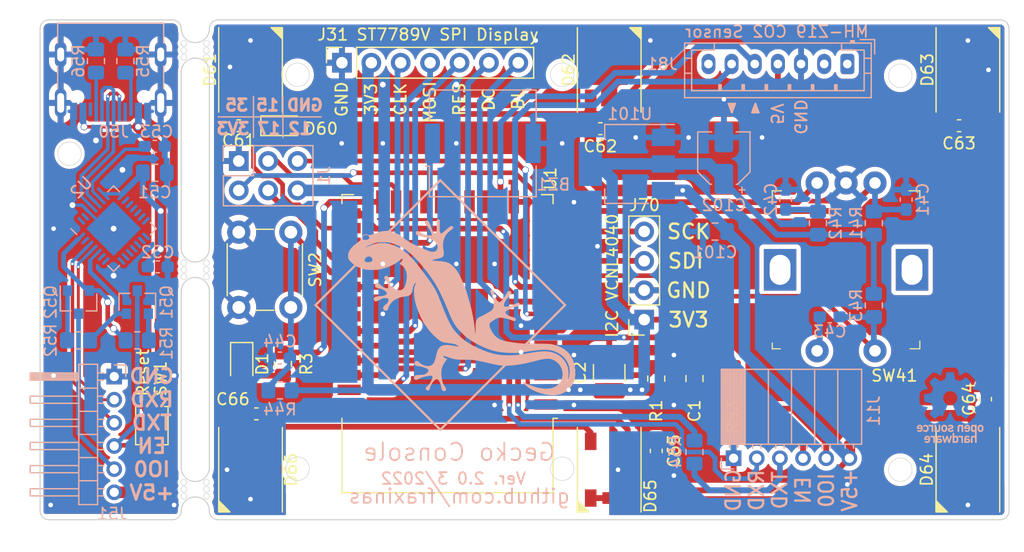
<source format=kicad_pcb>
(kicad_pcb (version 20211014) (generator pcbnew)
  (layers (0 "F.Cu" signal "toplayer") (31 "B.Cu" signal "bottomlayer") (34 "B.Paste" user "bottompaste") (35 "F.Paste" user "toppaste") (36 "B.SilkS" user "bottomsilkscreen") (37 "F.SilkS" user "topsilkscreen") (38 "B.Mask" user "bottomsoldermask") (39 "F.Mask" user "topsoldermask") (44 "Edge.Cuts" user "boardoutline"))
  (net 0 "")
  (net 1 "GND")
  (net 2 "EN")
  (net 3 "+3V3")
  (net 4 "+5V")
  (net 5 "Net-(C43-Pad2)")
  (net 6 "Net-(D1-Pad2)")
  (net 7 "Net-(D61-Pad2)")
  (net 8 "RGB")
  (net 9 "Net-(D62-Pad2)")
  (net 10 "Net-(D63-Pad2)")
  (net 11 "I2C_SCK")
  (net 12 "I2C_SDI")
  (net 13 "Net-(J50-PadA5)")
  (net 14 "/D-")
  (net 15 "/D+")
  (net 16 "Net-(J50-PadB5)")
  (net 17 "/RTS")
  (net 18 "TXD0")
  (net 19 "/DTR")
  (net 20 "IO0")
  (net 21 "Net-(Q51-Pad1)")
  (net 22 "Net-(Q52-Pad1)")
  (net 23 "RXD0")
  (net 24 "RX1")
  (net 25 "SPI_RES")
  (net 26 "SPI_CLK")
  (net 27 "ENC_B")
  (net 28 "SPI_DC")
  (net 29 "SPI_BL")
  (net 30 "ENC_A")
  (net 31 "ENC_SW")
  (net 32 "TX1")
  (net 33 "Net-(D64-Pad2)")
  (net 34 "Net-(D65-Pad2)")
  (net 35 "SPI_MOSI")
  (net 36 "Net-(BZ1-Pad1)")
  (net 37 "GPIO35")
  (net 38 "EN'")
  (net 39 "GPIO17")
  (net 40 "GPIO12")
  (net 41 "BUTTON2")
  (net 42 "RXD")
  (net 43 "Net-(C61-Pad1)")
  (net 44 "Net-(C53-Pad2)")
  (net 52 "SPI_MISO")
  (net 79 "TXD")
  (net 80 "Net-(J11-Pad3)")
  (net 81 "IO0'")
  (net 82 "GPIO15")
  (net 83 "Net-(R3-Pad2)")
  (footprint "Capacitor_SMD:C_0805_2012Metric_Pad1.18x1.45mm_HandSolder" (layer "F.Cu") (at 114.554 90.932 90)
    (fp_text reference "C1")
    (fp_text value "10µF")
  )
  (footprint "Capacitor_SMD:C_1210_3225Metric_Pad1.33x2.70mm_HandSolder" (layer "F.Cu") (at 107.188 90.424 90)
    (fp_text reference "C2")
    (fp_text value "22µF")
  )
  (footprint "Capacitor_SMD:C_0603_1608Metric_Pad1.08x0.95mm_HandSolder" (layer "F.Cu") (at 75.184 69.088 180)
    (fp_text reference "C61")
    (fp_text value "100nF")
  )
  (footprint "Capacitor_SMD:C_0603_1608Metric_Pad1.08x0.95mm_HandSolder" (layer "F.Cu") (at 106.426 69.342)
    (fp_text reference "C62")
    (fp_text value "100nF")
  )
  (footprint "Capacitor_SMD:C_0603_1608Metric_Pad1.08x0.95mm_HandSolder" (layer "F.Cu") (at 139.7 92.71 90)
    (fp_text reference "C64")
    (fp_text value "100nF")
  )
  (footprint "Capacitor_SMD:C_0603_1608Metric_Pad1.08x0.95mm_HandSolder" (layer "F.Cu") (at 111.252 97.1815 -90)
    (fp_text reference "C65")
    (fp_text value "100nF")
  )
  (footprint "Capacitor_SMD:C_0603_1608Metric_Pad1.08x0.95mm_HandSolder" (layer "F.Cu") (at 76.708 93.98 180)
    (fp_text reference "C66")
    (fp_text value "100nF")
  )
  (footprint "LED_SMD:LED_0805_2012Metric_Pad1.15x1.40mm_HandSolder" (layer "F.Cu") (at 75.438 89.678 -90)
    (fp_text reference "D1")
    (fp_text value "LED")
  )
  (footprint "Fraxinas:LED_WS2812B_PLCC4_5.0x5.0mm_P3.2mm_Marking" (layer "F.Cu") (at 107.188 98.806 -90)
    (fp_text reference "D65")
    (fp_text value "WS2812B")
  )
  (footprint "Fraxinas:LED_WS2812B_PLCC4_5.0x5.0mm_P3.2mm_Marking" (layer "F.Cu") (at 76.2 64.262 90)
    (fp_text reference "D61")
    (fp_text value "WS2812B")
  )
  (footprint "Fraxinas:LED_WS2812B_PLCC4_5.0x5.0mm_P3.2mm_Marking" (layer "F.Cu") (at 107.188 64.262 90)
    (fp_text reference "D62")
    (fp_text value "WS2812B")
  )
  (footprint "Fraxinas:LED_WS2812B_PLCC4_5.0x5.0mm_P3.2mm_Marking" (layer "F.Cu") (at 138.176 64.262 90)
    (fp_text reference "D63")
    (fp_text value "WS2812B")
  )
  (footprint "Fraxinas:LED_WS2812B_PLCC4_5.0x5.0mm_P3.2mm_Marking" (layer "F.Cu") (at 138.176 98.806 -90)
    (fp_text reference "D64")
    (fp_text value "WS2812B")
  )
  (footprint "Fraxinas:LED_WS2812B_PLCC4_5.0x5.0mm_P3.2mm_Marking" (layer "F.Cu") (at 76.2 98.806 -90)
    (fp_text reference "D66")
    (fp_text value "WS2812B")
  )
  (footprint "Resistor_SMD:R_0805_2012Metric_Pad1.20x1.40mm_HandSolder" (layer "F.Cu") (at 111.252 90.932 -90)
    (fp_text reference "R1")
    (fp_text value "12k")
  )
  (footprint "Resistor_SMD:R_0805_2012Metric_Pad1.20x1.40mm_HandSolder" (layer "F.Cu") (at 78.994 89.678 90)
    (fp_text reference "R3")
    (fp_text value "470R")
  )
  (footprint "Resistor_SMD:R_0805_2012Metric_Pad1.20x1.40mm_HandSolder" (layer "F.Cu") (at 117.856 90.932 -90)
    (fp_text reference "R53")
    (fp_text value "12k")
  )
  (footprint "Button_Switch_SMD:SW_SPST_B3U-1000P-B" (layer "F.Cu") (at 67.673185 94.996 -90)
    (fp_text reference "SW1")
    (fp_text value "Reset")
  )
  (footprint "RF_Module:ESP32-WROOM-32" (layer "F.Cu") (at 93.218 84.92 180)
    (fp_text reference "U1")
    (fp_text value "ESP32-WROOM-32")
  )
  (footprint "Connector_PinSocket_2.54mm:PinSocket_1x07_P2.54mm_Vertical" (layer "F.Cu") (at 84.094 63.645 90)
    (fp_text reference "J31")
    (fp_text value "Conn_01x07_Female" hide)
  )
  (footprint "Fraxinas:Rotary_Encoder_Switched_PEC11R" (layer "F.Cu") (at 133.35 81.534 180)
    (fp_text reference "SW41")
    (fp_text value "Rotary_Encoder_Switch")
  )
  (footprint "Capacitor_SMD:C_0603_1608Metric_Pad1.08x0.95mm_HandSolder" (layer "F.Cu") (at 137.414 69.088)
    (fp_text reference "C63")
    (fp_text value "100nF")
  )
  (footprint "Connector_PinSocket_2.54mm:PinSocket_1x04_P2.54mm_Vertical" (layer "F.Cu") (at 110.211 85.842 180)
    (fp_text reference "J70")
    (fp_text value "I²C")
  )
  (footprint "Diode_SMD:D_SOD-323_HandSoldering" (layer "F.Cu") (at 78.994 69.088)
    (fp_text reference "D60")
    (fp_text value "1N4148WS")
  )
  (footprint "Fraxinas:purplegecko" (layer "F.Cu") (at 92.964 84.582)
    (fp_text reference "G***" hide)
    (fp_text value "LOGO" hide)
  )
  (footprint "Button_Switch_THT:SW_PUSH_6mm_H5mm" (layer "F.Cu") (at 75.184 84.784 90)
    (fp_text reference "SW2")
    (fp_text value "Button2")
  )
  (footprint "Capacitor_SMD:C_0805_2012Metric_Pad1.18x1.45mm_HandSolder" (layer "B.Cu") (at 67.927185 73.152)
    (fp_text reference "C51")
    (fp_text value "10µF")
  )
  (footprint "Capacitor_SMD:C_0603_1608Metric_Pad1.08x0.95mm_HandSolder" (layer "B.Cu") (at 68.181185 81.28)
    (fp_text reference "C52")
    (fp_text value "100nF")
  )
  (footprint "Capacitor_SMD:C_0603_1608Metric_Pad1.08x0.95mm_HandSolder" (layer "B.Cu") (at 67.927185 70.866 180)
    (fp_text reference "C53")
    (fp_text value "1µF")
  )
  (footprint "Capacitor_SMD:CP_Elec_4x5.3" (layer "B.Cu") (at 117.094 71.882 90)
    (fp_text reference "C102")
    (fp_text value "22µF")
  )
  (footprint "Connector_USB:USB_C_Receptacle_XKB_U262-16XN-4BVC11" (layer "B.Cu") (at 64.117185 64.008)
    (fp_text reference "J50")
    (fp_text value "USB-C")
  )
  (footprint "Package_TO_SOT_SMD:SOT-23" (layer "B.Cu") (at 66.419185 84.328 90)
    (fp_text reference "Q51")
    (fp_text value "S8050")
  )
  (footprint "Package_TO_SOT_SMD:SOT-23" (layer "B.Cu") (at 61.339185 84.328 -90)
    (fp_text reference "Q52")
    (fp_text value "S8050" hide)
  )
  (footprint "Resistor_SMD:R_0805_2012Metric_Pad1.20x1.40mm_HandSolder" (layer "B.Cu") (at 66.419185 87.63 180)
    (fp_text reference "R51")
    (fp_text value "12k")
  )
  (footprint "Resistor_SMD:R_0805_2012Metric_Pad1.20x1.40mm_HandSolder" (layer "B.Cu") (at 61.339185 87.63)
    (fp_text reference "R52")
    (fp_text value "12k" hide)
  )
  (footprint "Resistor_SMD:R_0805_2012Metric_Pad1.20x1.40mm_HandSolder" (layer "B.Cu") (at 62.847185 63.5 -90)
    (fp_text reference "R56")
    (fp_text value "5k1")
  )
  (footprint "Resistor_SMD:R_0805_2012Metric_Pad1.20x1.40mm_HandSolder" (layer "B.Cu") (at 65.387185 63.5 -90)
    (fp_text reference "R55")
    (fp_text value "5k1")
  )
  (footprint "Fraxinas:CP2102-QFN-28-modified" (layer "B.Cu") (at 64.371185 77.978 -45)
    (fp_text reference "U2")
    (fp_text value "CP2102")
  )
  (footprint "Package_TO_SOT_SMD:SOT-223-3_TabPin2" (layer "B.Cu") (at 108.712 72.39 180)
    (fp_text reference "U101")
    (fp_text value "AMS1117-3.3")
  )
  (footprint "Buzzer_Beeper:Buzzer_Murata_PKMCS0909E4000-R1" (layer "B.Cu") (at 96.266 70.612)
    (fp_text reference "BZ1")
    (fp_text value "Buzzer")
  )
  (footprint "Capacitor_SMD:C_0603_1608Metric_Pad1.08x0.95mm_HandSolder" (layer "B.Cu") (at 132.842 75.467 90)
    (fp_text reference "C41")
    (fp_text value "10nF")
  )
  (footprint "Capacitor_SMD:C_0603_1608Metric_Pad1.08x0.95mm_HandSolder" (layer "B.Cu") (at 122.428 75.467 90)
    (fp_text reference "C42")
    (fp_text value "10nF")
  )
  (footprint "Capacitor_SMD:C_0603_1608Metric_Pad1.08x0.95mm_HandSolder" (layer "B.Cu") (at 126.238 85.598 180)
    (fp_text reference "C43")
    (fp_text value "10nF")
  )
  (footprint "Connector_JST:JST_PH_B7B-PH-K_1x07_P2.00mm_Vertical" (layer "B.Cu") (at 127.762 63.754 180)
    (fp_text reference "J81")
    (fp_text value "Conn_01x07" hide)
  )
  (footprint "Fraxinas:OSHW-Logo_5.7x6mm_Mask" (layer "B.Cu") (at 136.652 93.472 180)
    (fp_text reference "LOGO1" hide)
    (fp_text value "Logo_Open_Hardware_Small" hide)
  )
  (footprint "Connector_PinHeader_2.54mm:PinHeader_2x03_P2.54mm_Vertical" (layer "B.Cu") (at 75.184 72.136 -90)
    (fp_text reference "J1")
    (fp_text value "Conn_01x06_Male")
  )
  (footprint "Resistor_SMD:R_0805_2012Metric_Pad1.20x1.40mm_HandSolder" (layer "B.Cu") (at 130.048 77.499 -90)
    (fp_text reference "R41")
    (fp_text value "68k")
  )
  (footprint "Resistor_SMD:R_0805_2012Metric_Pad1.20x1.40mm_HandSolder" (layer "B.Cu") (at 125.222 77.499 -90)
    (fp_text reference "R42")
    (fp_text value "68k")
  )
  (footprint "Resistor_SMD:R_0805_2012Metric_Pad1.20x1.40mm_HandSolder" (layer "B.Cu") (at 130.048 84.611 90)
    (fp_text reference "R43")
    (fp_text value "68k")
  )
  (footprint "Capacitor_SMD:C_0805_2012Metric_Pad1.18x1.45mm_HandSolder" (layer "B.Cu") (at 116.332 78.232 180)
    (fp_text reference "C101")
    (fp_text value "10µF")
  )
  (footprint "Connector_PinHeader_2.00mm:PinHeader_1x06_P2.00mm_Horizontal" (layer "B.Cu") (at 64.423185 90.758 180)
    (fp_text reference "J51")
    (fp_text value "Conn_01x06_Male")
  )
  (footprint "Resistor_SMD:R_0805_2012Metric_Pad1.20x1.40mm_HandSolder" (layer "B.Cu") (at 114.554 97.282 -90)
    (fp_text reference "R54")
    (fp_text value "470R")
  )
  (footprint "Capacitor_SMD:C_0603_1608Metric_Pad1.08x0.95mm_HandSolder" (layer "B.Cu") (at 78.74 89.154 180)
    (fp_text reference "C44")
    (fp_text value "10nF")
  )
  (footprint "Resistor_SMD:R_0805_2012Metric_Pad1.20x1.40mm_HandSolder" (layer "B.Cu") (at 78.74 91.948)
    (fp_text reference "R44")
    (fp_text value "68k")
  )
  (footprint "Connector_PinSocket_2.00mm:PinSocket_1x06_P2.00mm_Horizontal" (layer "B.Cu") (at 117.936 97.813 -90)
    (fp_text reference "J11")
    (fp_text value "Conn_01x06_Male")
  )
  (gr_line (start 78.994 66.548) (end 78.994 70.104) (layer "B.SilkS") (width 0.12))
  (gr_line (start 73.406 68.326) (end 82.296 68.326) (layer "B.SilkS") (width 0.12))
  (gr_line (start 76.454 66.548) (end 76.454 70.104) (layer "B.SilkS") (width 0.12))
  (gr_circle (center 132.334 98.806) (end 133.35 98.806) (layer "Edge.Cuts") (width 0.05) (fill none))
  (gr_circle (center 132.334 64.77) (end 133.35 64.77) (layer "Edge.Cuts") (width 0.05) (fill none))
  (gr_line (start 69.451185 59.944) (end 58.783185 59.944) (layer "Edge.Cuts") (width 0.1))
  (gr_circle (center 60.561185 71.502) (end 61.577185 71.502) (layer "Edge.Cuts") (width 0.05) (fill none))
  (gr_arc (start 71.4443 101.162301) (mid 72.292616 101.513684) (end 72.644 102.362) (layer "Edge.Cuts") (width 0.1))
  (gr_circle (center 72.39 62.576) (end 72.644 62.576) (layer "Edge.Cuts") (width 0.05) (fill none))
  (gr_circle (center 72.39 100.492301) (end 72.644 100.492301) (layer "Edge.Cuts") (width 0.05) (fill none))
  (gr_line (start 72.644 64.445699) (end 72.644 79.658617) (layer "Edge.Cuts") (width 0.1))
  (gr_arc (start 71.4443 63.246) (mid 72.292616 63.597383) (end 72.644 64.445699) (layer "Edge.Cuts") (width 0.1))
  (gr_circle (center 72.39 101.092301) (end 72.644 101.092301) (layer "Edge.Cuts") (width 0.05) (fill none))
  (gr_line (start 70.213185 64.445699) (end 70.213185 79.658617) (layer "Edge.Cuts") (width 0.1))
  (gr_arc (start 71.412885 80.858316) (mid 70.564569 80.506933) (end 70.213185 79.658617) (layer "Edge.Cuts") (width 0.1))
  (gr_arc (start 140.97 59.944) (mid 141.508815 60.167185) (end 141.732 60.706) (layer "Edge.Cuts") (width 0.1))
  (gr_circle (center 72.39 61.976) (end 72.644 61.976) (layer "Edge.Cuts") (width 0.05) (fill none))
  (gr_circle (center 70.442184 100.492301) (end 70.188184 100.492301) (layer "Edge.Cuts") (width 0.05) (fill none))
  (gr_circle (center 70.442184 62.576) (end 70.188184 62.576) (layer "Edge.Cuts") (width 0.05) (fill none))
  (gr_circle locked (center 80.264 64.686) (end 81.28 64.686) (layer "Edge.Cuts") (width 0.05) (fill none))
  (gr_circle (center 70.442184 80.928617) (end 70.188184 80.928617) (layer "Edge.Cuts") (width 0.05) (fill none))
  (gr_arc (start 70.213185 102.362) (mid 70.564568 101.513684) (end 71.412884 101.1623) (layer "Edge.Cuts") (width 0.1))
  (gr_circle (center 70.442184 101.092301) (end 70.188184 101.092301) (layer "Edge.Cuts") (width 0.05) (fill none))
  (gr_line (start 140.97 103.124) (end 73.406 103.124) (layer "Edge.Cuts") (width 0.1))
  (gr_circle (center 70.442184 82.128617) (end 70.188184 82.128617) (layer "Edge.Cuts") (width 0.05) (fill none))
  (gr_circle (center 70.442184 81.528617) (end 70.188184 81.528617) (layer "Edge.Cuts") (width 0.05) (fill none))
  (gr_line (start 70.213185 83.398316) (end 70.213185 98.622301) (layer "Edge.Cuts") (width 0.1))
  (gr_line (start 58.021185 102.362) (end 58.021185 60.706) (layer "Edge.Cuts") (width 0.1))
  (gr_arc (start 71.4443 82.198617) (mid 72.292616 82.55) (end 72.644 83.398316) (layer "Edge.Cuts") (width 0.1))
  (gr_arc (start 73.406 103.124) (mid 72.867185 102.900815) (end 72.644 102.362) (layer "Edge.Cuts") (width 0.1))
  (gr_circle (center 72.39 80.928617) (end 72.644 80.928617) (layer "Edge.Cuts") (width 0.05) (fill none))
  (gr_arc (start 72.644 60.706) (mid 72.292617 61.554316) (end 71.444301 61.9057) (layer "Edge.Cuts") (width 0.1))
  (gr_arc (start 72.644 98.622301) (mid 72.292617 99.470617) (end 71.444301 99.822001) (layer "Edge.Cuts") (width 0.1))
  (gr_arc (start 70.213185 102.362) (mid 69.99 102.900815) (end 69.451185 103.124) (layer "Edge.Cuts") (width 0.1))
  (gr_line (start 69.451185 103.124) (end 58.783185 103.124) (layer "Edge.Cuts") (width 0.1))
  (gr_circle locked (center 103.124 98.722) (end 104.14 98.722) (layer "Edge.Cuts") (width 0.05) (fill none))
  (gr_arc (start 58.021185 60.706) (mid 58.24437 60.167185) (end 58.783185 59.944) (layer "Edge.Cuts") (width 0.1))
  (gr_circle locked (center 103.124 64.686) (end 104.14 64.686) (layer "Edge.Cuts") (width 0.05) (fill none))
  (gr_circle (center 72.39 82.128617) (end 72.644 82.128617) (layer "Edge.Cuts") (width 0.05) (fill none))
  (gr_circle (center 72.39 81.528617) (end 72.644 81.528617) (layer "Edge.Cuts") (width 0.05) (fill none))
  (gr_arc (start 141.732 102.362) (mid 141.508815 102.900815) (end 140.97 103.124) (layer "Edge.Cuts") (width 0.1))
  (gr_arc (start 69.451185 59.944) (mid 69.99 60.167185) (end 70.213185 60.706) (layer "Edge.Cuts") (width 0.1))
  (gr_circle (center 72.39 99.892301) (end 72.644 99.892301) (layer "Edge.Cuts") (width 0.05) (fill none))
  (gr_line (start 141.732 60.706) (end 141.732 102.362) (layer "Edge.Cuts") (width 0.1))
  (gr_arc (start 72.644 60.706) (mid 72.867185 60.167185) (end 73.406 59.944) (layer "Edge.Cuts") (width 0.1))
  (gr_arc (start 71.412885 99.822) (mid 70.564569 99.470617) (end 70.213185 98.622301) (layer "Edge.Cuts") (width 0.1))
  (gr_circle (center 70.442184 61.976) (end 70.188184 61.976) (layer "Edge.Cuts") (width 0.05) (fill none))
  (gr_arc (start 70.213185 83.398316) (mid 70.564568 82.55) (end 71.412884 82.198616) (layer "Edge.Cuts") (width 0.1))
  (gr_line (start 73.406 59.944) (end 140.97 59.944) (layer "Edge.Cuts") (width 0.1))
  (gr_circle (center 70.442184 63.176) (end 70.188184 63.176) (layer "Edge.Cuts") (width 0.05) (fill none))
  (gr_circle locked (center 80.264 98.722) (end 81.28 98.722) (layer "Edge.Cuts") (width 0.05) (fill none))
  (gr_circle (center 70.442184 99.892301) (end 70.188184 99.892301) (layer "Edge.Cuts") (width 0.05) (fill none))
  (gr_circle (center 72.39 63.176) (end 72.644 63.176) (layer "Edge.Cuts") (width 0.05) (fill none))
  (gr_line (start 72.644 83.398316) (end 72.644 98.622301) (layer "Edge.Cuts") (width 0.1))
  (gr_arc (start 71.412885 61.905699) (mid 70.564569 61.554316) (end 70.213185 60.706) (layer "Edge.Cuts") (width 0.1))
  (gr_arc (start 70.213185 64.445699) (mid 70.564568 63.597383) (end 71.412884 63.245999) (layer "Edge.Cuts") (width 0.1))
  (gr_arc (start 72.644 79.658617) (mid 72.292617 80.506933) (end 71.444301 80.858317) (layer "Edge.Cuts") (width 0.1))
  (gr_arc (start 58.783185 103.124) (mid 58.24437 102.900815) (end 58.021185 102.362) (layer "Edge.Cuts") (width 0.1))
  (gr_text "Gecko Console" (at 94.234 97.282) (layer "B.SilkS") (effects (font (size 1.5 1.5)) (justify mirror)))
  (gr_text "GND 15 35" (at 78.232 67.31) (layer "B.SilkS") (effects (font (size 1 1) (thickness 0.25)) (justify mirror)))
  (gr_text "GND" (at 123.698 68.326 -90) (layer "B.SilkS") (effects (font (size 1 1) (thickness 0.16)) (justify mirror)))
  (gr_text "5V" (at 121.666 68.072 -90) (layer "B.SilkS") (effects (font (size 1 1) (thickness 0.16)) (justify mirror)))
  (gr_text " 12 17 3V3" (at 77.724 69.342) (layer "B.SilkS") (effects (font (size 1 1) (thickness 0.25)) (justify mirror)))
  (gr_text "github.com/fraxinas" (at 94.234 101.092) (layer "B.SilkS") (effects (font (size 1.25 1.25)) (justify mirror)))
  (gr_text "Ver. 2.0 3/2022" (at 93.726 99.568) (layer "B.SilkS") (effects (font (size 1 1)) (justify mirror)))
  (gr_text "►" (at 119.888 67.564 -90) (layer "B.SilkS") (effects (font (size 1 1) (thickness 0.16)) (justify mirror)))
  (gr_text "GND\nRXD\nTXD\nEN\nIO0\n+5V" (at 122.936 100.584 90) (layer "B.SilkS") (effects (font (size 1.25 1.2) (thickness 0.2)) (justify mirror)))
  (gr_text "◄" (at 117.856 67.564 270) (layer "B.SilkS") (effects (font (size 1 1) (thickness 0.16)) (justify mirror)))
  (gr_text "GND\nRXD\nTXD\nEN\nIO0\n+5V" (at 67.673185 95.758) (layer "B.SilkS") (effects (font (size 1.25 1.25) (thickness 0.25)) (justify mirror)))
  (gr_text "MH-Z19 CO2 Sensor" (at 121.666 60.96) (layer "B.SilkS") (effects (font (size 1 1)) (justify mirror)))
  (gr_text "CLK" (at 89.154 66.802 90) (layer "F.SilkS") (effects (font (size 1 1) (thickness 0.16))))
  (gr_text "BL" (at 99.314 66.802 90) (layer "F.SilkS") (effects (font (size 1 1) (thickness 0.16))))
  (gr_text "ST7789V SPI Display" (at 93.218 61.214) (layer "F.SilkS") (effects (font (size 1 1))))
  (gr_text "SDI\n" (at 113.792 80.772) (layer "F.SilkS") (effects (font (size 1.27 1.25) (thickness 0.2))))
  (gr_text "GND" (at 84.074 66.802 90) (layer "F.SilkS") (effects (font (size 1 1) (thickness 0.16))))
  (gr_text "3V3" (at 114.046 85.852) (layer "F.SilkS") (effects (font (size 1.27 1.25) (thickness 0.2))))
  (gr_text "MOSI" (at 91.694 67.056 90) (layer "F.SilkS") (effects (font (size 1 1) (thickness 0.16))))
  (gr_text "RES" (at 94.234 66.802 90) (layer "F.SilkS") (effects (font (size 1 1) (thickness 0.16))))
  (gr_text "SCK" (at 114.046 78.232) (layer "F.SilkS") (effects (font (size 1.27 1.25) (thickness 0.2))))
  (gr_text "I2C VCNL4040" (at 107.442 82.042 90) (layer "F.SilkS") (effects (font (size 1 1))))
  (gr_text "DC" (at 96.774 66.802 90) (layer "F.SilkS") (effects (font (size 1 1) (thickness 0.16))))
  (gr_text "GND" (at 114.046 83.312) (layer "F.SilkS") (effects (font (size 1.27 1.25) (thickness 0.2))))
  (gr_text "3V3" (at 86.614 66.802 90) (layer "F.SilkS") (effects (font (size 1 1) (thickness 0.16))))
  (via (at 65.133185 72.898) (size 0.6) (drill 0.5) (layers "F.Cu" "B.Cu") (net 1))
  (via (at 99.568 86.36) (size 0.8) (drill 0.4) (layers "F.Cu" "B.Cu") (net 1))
  (via (at 84.074 70.612) (size 0.8) (drill 0.4) (layers "F.Cu" "B.Cu") (net 1))
  (via (at 93.98 70.612) (size 0.8) (drill 0.4) (layers "F.Cu" "B.Cu") (net 1))
  (via (at 117.094 66.802) (size 0.8) (drill 0.4) (layers "F.Cu" "B.Cu") (net 1))
  (via (at 59.182 77.978) (size 0.8) (drill 0.4) (layers "F.Cu" "B.Cu") (net 1))
  (via (at 112.776 88.9) (size 0.8) (drill 0.4) (layers "F.Cu" "B.Cu") (net 1))
  (via (at 112.776 93.218) (size 0.8) (drill 0.4) (layers "F.Cu" "B.Cu") (net 1))
  (via (at 106.172 79.502) (size 0.8) (drill 0.4) (layers "F.Cu" "B.Cu") (net 1))
  (via (at 104.14 93.218) (size 0.8) (drill 0.4) (layers "F.Cu" "B.Cu") (net 1))
  (via (at 69.596 101.854) (size 0.8) (drill 0.4) (layers "F.Cu" "B.Cu") (net 1))
  (via (at 93.98 65.532) (size 0.6) (drill 0.5) (layers "F.Cu" "B.Cu") (net 1))
  (via (at 139.954 64.262) (size 0.8) (drill 0.4) (layers "F.Cu" "B.Cu") (net 1))
  (via (at 107.95 98.806) (size 0.8) (drill 0.4) (layers "F.Cu" "B.Cu") (net 1))
  (via (at 93.98 81.026) (size 0.8) (drill 0.4) (layers "F.Cu" "B.Cu") (net 1))
  (via (at 87.63 65.532) (size 0.6) (drill 0.5) (layers "F.Cu" "B.Cu") (net 1))
  (via (at 74.422 64.008) (size 0.8) (drill 0.4) (layers "F.Cu" "B.Cu") (net 1))
  (via (at 59.182 90.678) (size 0.8) (drill 0.4) (layers "F.Cu" "B.Cu") (net 1))
  (via (at 99.568 88.646) (size 0.8) (drill 0.4) (layers "F.Cu" "B.Cu") (net 1))
  (via (at 60.815185 75.946) (size 0.6) (drill 0.5) (layers "F.Cu" "B.Cu") (net 1))
  (via (at 62.847185 70.358) (size 0.6) (drill 0.5) (layers "F.Cu" "B.Cu") (net 1))
  (via (at 110.744 61.722) (size 0.8) (drill 0.4) (layers "F.Cu" "B.Cu") (net 1))
  (via (at 109.474 70.104) (size 0.8) (drill 0.4) (layers "F.Cu" "B.Cu") (net 1))
  (via (at 120.396 70.104) (size 0.8) (drill 0.4) (layers "F.Cu" "B.Cu") (net 1))
  (via (at 103.124 70.612) (size 0.8) (drill 0.4) (layers "F.Cu" "B.Cu") (net 1))
  (via (at 104.14 88.9) (size 0.8) (drill 0.4) (layers "F.Cu" "B.Cu") (net 1))
  (via (at 87.63 85.344) (size 0.8) (drill 0.4) (layers "F.Cu" "B.Cu") (net 1))
  (via (at 112.776 99.314) (size 0.8) (drill 0.4) (layers "F.Cu" "B.Cu") (net 1))
  (via (at 58.928 101.854) (size 0.8) (drill 0.4) (layers "F.Cu" "B.Cu") (net 1))
  (via (at 114.046 70.104) (size 0.8) (drill 0.4) (layers "F.Cu" "B.Cu") (net 1))
  (via (at 64.371185 82.042) (size 0.6) (drill 0.5) (layers "F.Cu" "B.Cu") (net 1))
  (via (at 74.168 98.806) (size 0.8) (drill 0.4) (layers "F.Cu" "B.Cu") (net 1))
  (via (at 97.282 93.218) (size 0.8) (drill 0.4) (layers "F.Cu" "B.Cu") (net 1))
  (via (at 138.176 61.722) (size 0.8) (drill 0.4) (layers "F.Cu" "B.Cu") (net 1))
  (via (at 64.371185 77.978) (size 0.6) (drill 0.5) (layers "F.Cu" "B.Cu") (net 1))
  (via (at 69.596 90.678) (size 0.8) (drill 0.4) (layers "F.Cu" "B.Cu") (net 1))
  (via (at 104.14 75.692) (size 0.8) (drill 0.4) (layers "F.Cu" "B.Cu") (net 1))
  (via (at 97.282 81.026) (size 0.8) (drill 0.4) (layers "F.Cu" "B.Cu") (net 1))
  (via (at 87.63 81.026) (size 0.8) (drill 0.4) (layers "F.Cu" "B.Cu") (net 1))
  (via (at 127.762 100.076) (size 0.8) (drill 0.4) (layers "F.Cu" "B.Cu") (net 1))
  (via (at 76.2 101.346) (size 0.8) (drill 0.4) (layers "F.Cu" "B.Cu") (net 1))
  (via (at 87.63 70.612) (size 0.8) (drill 0.4) (layers "F.Cu" "B.Cu") (net 1))
  (via (at 76.2 61.722) (size 0.8) (drill 0.4) (layers "F.Cu" "B.Cu") (net 1))
  (via (at 138.176 101.854) (size 0.8) (drill 0.4) (layers "F.Cu" "B.Cu") (net 1))
  (via (at 100.838 61.722) (size 0.8) (drill 0.4) (layers "F.Cu" "B.Cu") (net 1))
  (segment (start 61.632078 75.946) (end 60.815185 75.946) (width 0.3) (layer "B.Cu") (net 1))
  (segment (start 62.214509 76.528431) (end 61.632078 75.946) (width 0.3) (layer "B.Cu") (net 1))
  (segment (start 122.682 94.234) (end 116.8185 94.234) (width 0.5) (layer "F.Cu") (net 2))
  (segment (start 110.549 90.635) (end 101.718 90.635) (width 0.5) (layer "F.Cu") (net 2))
  (segment (start 116.8185 94.234) (end 114.554 91.9695) (width 0.5) (layer "F.Cu") (net 2))
  (segment (start 123.936 95.488) (end 122.682 94.234) (width 0.5) (layer "F.Cu") (net 2))
  (segment (start 114.554 91.9695) (end 113.2895 91.9695) (width 0.5) (layer "F.Cu") (net 2))
  (segment (start 123.936 97.813) (end 123.936 95.488) (width 0.5) (layer "F.Cu") (net 2))
  (segment (start 113.2895 91.9695) (end 111.252 89.932) (width 0.5) (layer "F.Cu") (net 2))
  (segment (start 111.252 89.932) (end 110.549 90.635) (width 0.5) (layer "F.Cu") (net 2))
  (segment (start 117.856 89.932) (end 117.856 89.281) (width 0.5) (layer "F.Cu") (net 3))
  (segment (start 114.417 85.842) (end 110.211 85.842) (width 0.5) (layer "F.Cu") (net 3))
  (segment (start 117.856 89.281) (end 114.417 85.842) (width 0.5) (layer "F.Cu") (net 3))
  (segment (start 101.718 91.905) (end 111.225 91.905) (width 1) (layer "F.Cu") (net 3))
  (segment (start 111.225 91.905) (end 111.252 91.932) (width 1) (layer "F.Cu") (net 3))
  (segment (start 111.1975 91.9865) (end 111.252 91.932) (width 1) (layer "F.Cu") (net 3))
  (via (at 104.691 91.905) (size 0.8) (drill 0.4) (layers "F.Cu" "B.Cu") (net 3))
  (via (at 103.675 91.905) (size 0.8) (drill 0.4) (layers "F.Cu" "B.Cu") (net 3))
  (via (at 110.025 91.905) (size 0.8) (drill 0.4) (layers "F.Cu" "B.Cu") (net 3))
  (via (at 109.009 91.905) (size 0.8) (drill 0.4) (layers "F.Cu" "B.Cu") (net 3))
  (segment (start 86.344 63.935) (end 86.634 63.645) (width 1) (layer "B.Cu") (net 3))
  (segment (start 109.474 91.905) (end 109.009 91.905) (width 1) (layer "B.Cu") (net 3))
  (segment (start 121.679 78.499) (end 125.222 78.499) (width 0.5) (layer "B.Cu") (net 3))
  (segment (start 86.344 91.678) (end 86.344 74.66) (width 1) (layer "B.Cu") (net 3))
  (segment (start 79.74 91.948) (end 86.074 91.948) (width 0.5) (layer "B.Cu") (net 3))
  (segment (start 107.442 73.66) (end 106.172 72.39) (width 1) (layer "B.Cu") (net 3))
  (segment (start 117.094 73.914) (end 121.679 78.499) (width 0.5) (layer "B.Cu") (net 3))
  (segment (start 117.094 73.682) (end 117.094 73.914) (width 0.5) (layer "B.Cu") (net 3))
  (segment (start 108.956 85.842) (end 107.442 84.328) (width 1) (layer "B.Cu") (net 3))
  (segment (start 86.328 74.676) (end 86.344 74.66) (width 1) (layer "B.Cu") (net 3))
  (segment (start 109.693 86.36) (end 110.211 85.842) (width 0.5) (layer "B.Cu") (net 3))
  (segment (start 109.474 91.905) (end 110.025 91.905) (width 1) (layer "B.Cu") (net 3))
  (segment (start 110.211 91.719) (end 110.211 85.842) (width 1) (layer "B.Cu") (net 3))
  (segment (start 80.264 74.676) (end 86.328 74.676) (width 1) (layer "B.Cu") (net 3))
  (segment (start 111.862 72.39) (end 115.802 72.39) (width 1) (layer "B.Cu") (net 3))
  (segment (start 109.982 72.39) (end 111.862 72.39) (width 1) (layer "B.Cu") (net 3))
  (segment (start 130.048 78.499) (end 130.048 83.611) (width 0.5) (layer "B.Cu") (net 3))
  (segment (start 86.074 91.948) (end 86.344 91.678) (width 0.5) (layer "B.Cu") (net 3))
  (segment (start 106.570341 72.39) (end 105.562 72.39) (width 1) (layer "B.Cu") (net 3))
  (segment (start 125.222 78.499) (end 130.048 78.499) (width 0.5) (layer "B.Cu") (net 3))
  (segment (start 110.025 91.905) (end 110.211 91.719) (width 1) (layer "B.Cu") (net 3))
  (segment (start 104.691 91.905) (end 103.675 91.905) (width 1) (layer "B.Cu") (net 3))
  (segment (start 110.211 85.842) (end 108.956 85.842) (width 1) (layer "B.Cu") (net 3))
  (segment (start 109.009 91.905) (end 104.691 91.905) (width 1) (layer "B.Cu") (net 3))
  (segment (start 86.571 91.905) (end 86.344 91.678) (width 1) (layer "B.Cu") (net 3))
  (segment (start 106.172 72.39) (end 105.562 72.39) (width 1) (layer "B.Cu") (net 3))
  (segment (start 107.442 84.328) (end 107.442 73.66) (width 1) (layer "B.Cu") (net 3))
  (segment (start 103.675 91.905) (end 86.571 91.905) (width 1) (layer "B.Cu") (net 3))
  (segment (start 115.802 72.39) (end 117.094 73.682) (width 1) (layer "B.Cu") (net 3))
  (segment (start 106.570341 72.39) (end 109.982 72.39) (width 1) (layer "B.Cu") (net 3))
  (segment (start 86.344 74.66) (end 86.344 63.935) (width 1) (layer "B.Cu") (net 3))
  (segment (start 122.174 68.072) (end 136.398 68.072) (width 0.5) (layer "F.Cu") (net 4))
  (segment (start 136.398 68.072) (end 136.576 67.894) (width 0.5) (layer "F.Cu") (net 4))
  (segment (start 108.788 97.358) (end 108.788 96.356) (width 0.5) (layer "F.Cu") (net 4))
  (segment (start 105.588 68.402) (end 105.588 69.3175) (width 1) (layer "F.Cu") (net 4))
  (segment (start 77.8 94.394489) (end 77.8 95.594) (width 0.5) (layer "F.Cu") (net 4))
  (segment (start 106.68 74.676) (end 113.538 74.676) (width 1) (layer "F.Cu") (net 4))
  (segment (start 81.26 68.072) (end 105.08 68.072) (width 0.5) (layer "F.Cu") (net 4))
  (segment (start 69.222696 92.146489) (end 68.435185 91.358978) (width 1) (layer "F.Cu") (net 4))
  (segment (start 105.498 66.802) (end 105.588 66.712) (width 0.5) (layer "F.Cu") (net 4))
  (segment (start 136.576 69.0635) (end 136.5515 69.088) (width 0.5) (layer "F.Cu") (net 4))
  (segment (start 121.762 66.452) (end 121.762 67.66) (width 0.5) (layer "F.Cu") (net 4))
  (segment (start 127.936 97.813) (end 125.165 100.584) (width 0.5) (layer "F.Cu") (net 4))
  (segment (start 108.825 96.319) (end 108.788 96.356) (width 0.5) (layer "F.Cu") (net 4))
  (segment (start 121.762 66.452) (end 121.762 63.754) (width 0.5) (layer "F.Cu") (net 4))
  (segment (start 64.423185 100.758) (end 66.723185 100.758) (width 1) (layer "F.Cu") (net 4))
  (segment (start 125.165 100.584) (end 112.014 100.584) (width 0.5) (layer "F.Cu") (net 4))
  (segment (start 69.222696 98.258489) (end 69.222696 92.146489) (width 1) (layer "F.Cu") (net 4))
  (segment (start 105.588 66.712) (end 105.588 68.402) (width 1) (layer "F.Cu") (net 4))
  (segment (start 127.936 96.694) (end 130.485511 94.144489) (width 1) (layer "F.Cu") (net 4))
  (segment (start 66.723185 100.758) (end 69.222696 98.258489) (width 1) (layer "F.Cu") (net 4))
  (segment (start 127.936 97.813) (end 127.936 96.694) (width 1) (layer "F.Cu") (net 4))
  (segment (start 108.788 95.326) (end 107.856489 94.394489) (width 0.5) (layer "F.Cu") (net 4))
  (segment (start 80.244 69.088) (end 81.26 68.072) (width 0.5) (layer "F.Cu") (net 4))
  (segment (start 111.252 96.319) (end 108.825 96.319) (width 0.5) (layer "F.Cu") (net 4))
  (segment (start 121.762 67.722) (end 121.762 66.452) (width 0.5) (layer "F.Cu") (net 4))
  (segment (start 77.8 96.356) (end 77.8 94.2095) (width 0.5) (layer "F.Cu") (net 4))
  (segment (start 68.435185 71.12) (end 66.494185 69.179) (width 1) (layer "F.Cu") (net 4))
  (segment (start 77.8 94.2095) (end 77.5705 93.98) (width 0.5) (layer "F.Cu") (net 4))
  (segment (start 107.856489 94.394489) (end 77.8 94.394489) (width 0.5) (layer "F.Cu") (net 4))
  (segment (start 108.788 96.356) (end 108.788 95.326) (width 0.5) (layer "F.Cu") (net 4))
  (segment (start 105.5635 73.5595) (end 106.68 74.676) (width 1) (layer "F.Cu") (net 4))
  (segment (start 121.762 67.66) (end 122.174 68.072) (width 0.5) (layer "F.Cu") (net 4))
  (segment (start 66.494185 69.179) (end 61.831185 69.179) (width 0.3) (layer "F.Cu") (net 4))
  (segment (start 138.326489 94.144489) (end 139.776 95.594) (width 1) (layer "F.Cu") (net 4))
  (segment (start 136.576 66.712) (end 136.576 69.0635) (width 0.5) (layer "F.Cu") (net 4))
  (segment (start 105.5635 69.342) (end 105.5635 73.5595) (width 1) (layer "F.Cu") (net 4))
  (segment (start 105.08 68.072) (end 105.588 67.564) (width 0.5) (layer "F.Cu") (net 4))
  (segment (start 105.588 69.3175) (end 105.5635 69.342) (width 0.5) (layer "F.Cu") (net 4))
  (segment (start 68.435185 91.358978) (end 68.435185 71.12) (width 1) (layer "F.Cu") (net 4))
  (segment (start 139.776 95.594) (end 139.776 93.4475) (width 0.5) (layer "F.Cu") (net 4))
  (segment (start 130.485511 94.144489) (end 138.326489 94.144489) (width 1) (layer "F.Cu") (net 4))
  (segment (start 112.014 100.584) (end 108.788 97.358) (width 0.5) (layer "F.Cu") (net 4))
  (segment (start 105.664 68.072) (end 121.412 68.072) (width 0.5) (layer "F.Cu") (net 4))
  (segment (start 121.412 68.072) (end 121.762 67.722) (width 0.5) (layer "F.Cu") (net 4))
  (via (at 68.435185 76.454) (size 0.6) (drill 0.5) (layers "F.Cu" "B.Cu") (net 4))
  (via (at 61.831185 69.179) (size 0.6) (drill 0.5) (layers "F.Cu" "B.Cu") (net 4))
  (via (at 113.538 74.676) (size 0.8) (drill 0.4) (layers "F.Cu" "B.Cu") (net 4))
  (via (at 66.494185 69.179) (size 0.6) (drill 0.5) (layers "F.Cu" "B.Cu") (net 4))
  (via (at 68.435185 79.756) (size 0.6) (drill 0.5) (layers "F.Cu" "B.Cu") (net 4))
  (segment (start 66.367185 67.8415) (end 66.367185 69.306) (width 0.3) (layer "B.Cu") (net 4))
  (segment (start 66.667185 69.006) (end 66.667185 67.8415) (width 0.3) (layer "B.Cu") (net 4))
  (segment (start 113.893824 74.676) (end 117.3695 78.151676) (width 1) (layer "B.Cu") (net 4))
  (segment (start 68.435185 76.454) (end 66.889685 74.9085) (width 0.5) (layer "B.Cu") (net 4))
  (segment (start 117.3695 78.2535) (end 118.872 79.756) (width 1) (layer "B.Cu") (net 4))
  (segment (start 66.889685 73.152) (end 66.889685 73.1735) (width 0.5) (layer "B.Cu") (net 4))
  (segment (start 65.090389 74.972796) (end 65.255068 74.972796) (width 0.3) (layer "B.Cu") (net 4))
  (segment (start 117.3695 78.151676) (end 117.3695 78.2535) (width 1) (layer "B.Cu") (net 4))
  (segment (start 61.867185 69.052) (end 61.567185 68.752) (width 0.3) (layer "B.Cu") (net 4))
  (segment (start 61.567185 68.752) (end 61.567185 67.8415) (width 0.3) (layer "B.Cu") (net 4))
  (segment (start 66.889685 73.1735) (end 65.090389 74.972796) (width 0.5) (layer "B.Cu") (net 4))
  (segment (start 68.435185 79.756) (end 68.435185 76.454) (width 0.5) (layer "B.Cu") (net 4))
  (segment (start 66.367185 69.306) (end 66.494185 69.179) (width 0.3) (layer "B.Cu") (net 4))
  (segment (start 61.867185 67.8415) (end 61.867185 69.052) (width 0.3) (layer "B.Cu") (net 4))
  (segment (start 113.524 74.69) (end 113.538 74.676) (width 1) (layer "B.Cu") (net 4))
  (segment (start 68.435185 79.756) (end 67.318685 80.8725) (width 0.5) (layer "B.Cu") (net 4))
  (segment (start 63.487302 74.972796) (end 65.090389 74.972796) (width 0.3) (layer "B.Cu") (net 4))
  (segment (start 111.862 74.69) (end 113.524 74.69) (width 1) (layer "B.Cu") (net 4))
  (segment (start 66.889685 74.9085) (end 66.889685 73.152) (width 0.5) (layer "B.Cu") (net 4))
  (segment (start 66.494185 69.179) (end 66.667185 69.006) (width 0.3) (layer "B.Cu") (net 4))
  (segment (start 118.872 79.756) (end 118.872 88.749) (width 1) (layer "B.Cu") (net 4))
  (segment (start 118.872 88.749) (end 127.936 97.813) (width 1) (layer "B.Cu") (net 4))
  (segment (start 67.318685 80.8725) (end 67.318685 81.28) (width 0.5) (layer "B.Cu") (net 4))
  (segment (start 113.538 74.676) (end 113.893824 74.676) (width 1) (layer "B.Cu") (net 4))
  (segment (start 125.3755 85.598) (end 125.3755 88.3085) (width 0.5) (layer "B.Cu") (net 5))
  (segment (start 125.3755 88.3085) (end 125.15 88.534) (width 0.5) (layer "B.Cu") (net 5))
  (segment (start 78.9815 90.678) (end 75.4505 90.678) (width 0.5) (layer "F.Cu") (net 6))
  (segment (start 77.8 66.712) (end 78.398 67.31) (width 0.5) (layer "F.Cu") (net 7))
  (segment (start 102.78 61.812) (end 105.588 61.812) (width 0.5) (layer "F.Cu") (net 7))
  (segment (start 101.346 65.405) (end 101.346 63.246) (width 0.5) (layer "F.Cu") (net 7))
  (segment (start 78.398 67.31) (end 99.441 67.31) (width 0.5) (layer "F.Cu") (net 7))
  (segment (start 101.346 63.246) (end 102.78 61.812) (width 0.5) (layer "F.Cu") (net 7))
  (segment (start 99.441 67.31) (end 101.346 65.405) (width 0.5) (layer "F.Cu") (net 7))
  (segment (start 78.994 69.987511) (end 78.994 68.188489) (width 0.4) (layer "F.Cu") (net 8))
  (segment (start 78.973511 75.152587) (end 78.973511 74.158435) (width 0.4) (layer "F.Cu") (net 8))
  (segment (start 79.746435 75.925511) (end 78.973511 75.152587) (width 0.4) (layer "F.Cu") (net 8))
  (segment (start 80.400071 75.925511) (end 79.746435 75.925511) (width 0.4) (layer "F.Cu") (net 8))
  (segment (start 76.454 70.866) (end 77.332489 69.987511) (width 0.4) (layer "F.Cu") (net 8))
  (segment (start 74.6 61.812) (end 74.6 62.062) (width 0.5) (layer "F.Cu") (net 8))
  (segment (start 78.994 68.188489) (end 77.227467 68.188489) (width 0.4) (layer "F.Cu") (net 8))
  (segment (start 75.692 62.904) (end 74.6 61.812) (width 0.4) (layer "F.Cu") (net 8))
  (segment (start 76.454 72.645521) (end 76.454 70.866) (width 0.4) (layer "F.Cu") (net 8))
  (segment (start 77.234968 73.426489) (end 76.454 72.645521) (width 0.4) (layer "F.Cu") (net 8))
  (segment (start 78.241565 73.426489) (end 77.234968 73.426489) (width 0.4) (layer "F.Cu") (net 8))
  (segment (start 75.692 66.653022) (end 75.692 62.904) (width 0.4) (layer "F.Cu") (net 8))
  (segment (start 78.973511 74.158435) (end 78.241565 73.426489) (width 0.4) (layer "F.Cu") (net 8))
  (segment (start 77.227467 68.188489) (end 75.692 66.653022) (width 0.4) (layer "F.Cu") (net 8))
  (segment (start 84.718 77.935) (end 82.40956 77.935) (width 0.4) (layer "F.Cu") (net 8))
  (segment (start 82.40956 77.935) (end 80.400071 75.925511) (width 0.4) (layer "F.Cu") (net 8))
  (segment (start 77.332489 69.987511) (end 78.994 69.987511) (width 0.4) (layer "F.Cu") (net 8))
  (segment (start 113.438 61.812) (end 136.576 61.812) (width 0.5) (layer "F.Cu") (net 9))
  (segment (start 108.788 66.462) (end 113.438 61.812) (width 0.5) (layer "F.Cu") (net 9))
  (segment (start 108.788 66.712) (end 108.788 66.462) (width 0.5) (layer "F.Cu") (net 9))
  (segment (start 140.97 90.932) (end 140.97 99.3) (width 0.5) (layer "F.Cu") (net 10))
  (segment (start 139.776 66.712) (end 139.776 89.738) (width 0.5) (layer "F.Cu") (net 10))
  (segment (start 140.97 99.3) (end 139.776 100.494) (width 0.5) (layer "F.Cu") (net 10))
  (segment (start 139.776 89.738) (end 140.97 90.932) (width 0.5) (layer "F.Cu") (net 10))
  (segment (start 103.675 80.475) (end 105.928 78.222) (width 0.5) (layer "F.Cu") (net 11))
  (segment (start 105.928 78.222) (end 110.211 78.222) (width 0.5) (layer "F.Cu") (net 11))
  (segment (start 101.718 80.475) (end 103.675 80.475) (width 0.5) (layer "F.Cu") (net 11))
  (segment (start 103.675 81.745) (end 104.658 80.762) (width 0.5) (layer "F.Cu") (net 12))
  (segment (start 104.658 80.762) (end 110.211 80.762) (width 0.5) (layer "F.Cu") (net 12))
  (segment (start 101.718 81.745) (end 103.675 81.745) (width 0.5) (layer "F.Cu") (net 12))
  (segment (start 62.867185 64.52) (end 62.847185 64.5) (width 0.3) (layer "B.Cu") (net 13))
  (segment (start 62.867185 67.678) (end 62.867185 64.52) (width 0.3) (layer "B.Cu") (net 13))
  (segment (start 63.367185 66.028) (end 63.609185 65.786) (width 0.3) (layer "B.Cu") (net 14))
  (segment (start 64.367185 71.322428) (end 62.076705 73.612908) (width 0.3) (layer "B.Cu") (net 14))
  (segment (start 62.779516 75.679903) (end 62.780195 75.679903) (width 0.3) (layer "B.Cu") (net 14))
  (segment (start 64.367185 66.036) (end 64.367185 67.905) (width 0.3) (layer "B.Cu") (net 14))
  (segment (start 64.367185 67.905) (end 64.367185 71.322428) (width 0.3) (layer "B.Cu") (net 14))
  (segment (start 62.076705 74.977092) (end 62.779516 75.679903) (width 0.3) (layer "B.Cu") (net 14))
  (segment (start 63.609185 65.786) (end 64.117185 65.786) (width 0.3) (layer "B.Cu") (net 14))
  (segment (start 62.076705 73.612908) (end 62.076705 74.977092) (width 0.3) (layer "B.Cu") (net 14))
  (segment (start 63.367185 67.905) (end 63.367185 66.028) (width 0.3) (layer "B.Cu") (net 14))
  (segment (start 64.117185 65.786) (end 64.367185 66.036) (width 0.3) (layer "B.Cu") (net 14))
  (segment (start 63.866705 66.548) (end 63.866705 66.54448) (width 0.3) (layer "F.Cu") (net 15))
  (segment (start 64.117185 66.294) (end 64.625185 66.294) (width 0.3) (layer "F.Cu") (net 15))
  (segment (start 64.625185 66.294) (end 64.879185 66.548) (width 0.3) (layer "F.Cu") (net 15))
  (segment (start 63.866705 66.54448) (end 64.117185 66.294) (width 0.3) (layer "F.Cu") (net 15))
  (via (at 64.879185 66.548) (size 0.3) (drill 0.2) (layers "F.Cu" "B.Cu") (net 15))
  (via (at 63.866705 66.548) (size 0.3) (drill 0.2) (layers "F.Cu" "B.Cu") (net 15))
  (segment (start 63.867185 67.905) (end 63.866705 67.90548) (width 0.3) (layer "B.Cu") (net 15))
  (segment (start 63.866705 67.90548) (end 63.866705 71.11648) (width 0.3) (layer "B.Cu") (net 15))
  (segment (start 63.867185 67.905) (end 63.867185 66.54848) (width 0.3) (layer "B.Cu") (net 15))
  (segment (start 63.866705 71.11648) (end 61.577185 73.406) (width 0.3) (layer "B.Cu") (net 15))
  (segment (start 64.867674 66.559511) (end 64.867674 67.056) (width 0.3) (layer "B.Cu") (net 15))
  (segment (start 63.867185 66.54848) (end 63.866705 66.548) (width 0.3) (layer "B.Cu") (net 15))
  (segment (start 64.879185 66.548) (end 64.867674 66.559511) (width 0.3) (layer "B.Cu") (net 15))
  (segment (start 61.577185 73.406) (end 61.577185 75.184) (width 0.3) (layer "B.Cu") (net 15))
  (segment (start 61.577185 75.184) (end 62.426641 76.033456) (width 0.25) (layer "B.Cu") (net 15))
  (segment (start 65.867185 67.678) (end 65.867185 64.98) (width 0.3) (layer "B.Cu") (net 16))
  (segment (start 65.867185 64.98) (end 65.387185 64.5) (width 0.3) (layer "B.Cu") (net 16))
  (segment (start 64.641185 85.328) (end 64.641185 84.004151) (width 0.4) (layer "B.Cu") (net 17))
  (segment (start 64.641185 84.004151) (end 62.339185 81.702151) (width 0.4) (layer "B.Cu") (net 17))
  (segment (start 62.339185 81.702151) (end 62.339185 80.772) (width 0.4) (layer "B.Cu") (net 17))
  (segment (start 64.641185 85.328) (end 65.469185 85.328) (width 0.4) (layer "B.Cu") (net 17))
  (segment (start 62.339185 87.63) (end 64.641185 85.328) (width 0.4) (layer "B.Cu") (net 17))
  (segment (start 98.552 93.218) (end 98.552 90.424) (width 0.5) (layer "F.Cu") (net 18))
  (segment (start 98.552 90.424) (end 97.493 89.365) (width 0.5) (layer "F.Cu") (net 18))
  (segment (start 97.493 89.365) (end 84.718 89.365) (width 0.5) (layer "F.Cu") (net 18))
  (via (at 98.552 93.218) (size 0.4) (drill 0.3) (layers "F.Cu" "B.Cu") (net 18))
  (segment (start 116.332 98.806) (end 117.094 99.568) (width 0.4) (layer "B.Cu") (net 18))
  (segment (start 98.552 93.218) (end 98.552 93.98) (width 0.4) (layer "B.Cu") (net 18))
  (segment (start 112.91752 94.88352) (end 113.45448 95.42048) (width 0.4) (layer "B.Cu") (net 18))
  (segment (start 115.824 97.282) (end 116.332 97.79) (width 0.4) (layer "B.Cu") (net 18))
  (segment (start 119.126 99.568) (end 119.936 98.758) (width 0.4) (layer "B.Cu") (net 18))
  (segment (start 98.552 93.98) (end 99.45552 94.88352) (width 0.4) (layer "B.Cu") (net 18))
  (segment (start 119.936 98.758) (end 119.936 97.813) (width 0.4) (layer "B.Cu") (net 18))
  (segment (start 117.094 99.568) (end 119.126 99.568) (width 0.4) (layer "B.Cu") (net 18))
  (segment (start 113.835441 97.282) (end 115.824 97.282) (width 0.4) (layer "B.Cu") (net 18))
  (segment (start 116.332 97.79) (end 116.332 98.806) (width 0.4) (layer "B.Cu") (net 18))
  (segment (start 113.45448 96.901039) (end 113.835441 97.282) (width 0.4) (layer "B.Cu") (net 18))
  (segment (start 99.45552 94.88352) (end 112.91752 94.88352) (width 0.4) (layer "B.Cu") (net 18))
  (segment (start 113.45448 95.42048) (end 113.45448 96.901039) (width 0.4) (layer "B.Cu") (net 18))
  (segment (start 64.371185 86.614) (end 63.863185 86.106) (width 0.4) (layer "F.Cu") (net 19))
  (segment (start 63.863185 86.106) (end 63.863185 84.328) (width 0.4) (layer "F.Cu") (net 19))
  (via (at 64.371185 86.614) (size 0.6) (drill 0.5) (layers "F.Cu" "B.Cu") (net 19))
  (via (at 63.863185 84.328) (size 0.6) (drill 0.5) (layers "F.Cu" "B.Cu") (net 19))
  (segment (start 60.053185 81.28) (end 60.053185 80.140004) (width 0.4) (layer "B.Cu") (net 19))
  (segment (start 60.053185 80.140004) (end 61.348644 78.844545) (width 0.4) (layer "B.Cu") (net 19))
  (segment (start 62.289185 83.328) (end 62.101185 83.328) (width 0.4) (layer "B.Cu") (net 19))
  (segment (start 63.863185 84.074) (end 63.117185 83.328) (width 0.4) (layer "B.Cu") (net 19))
  (segment (start 65.419185 87.63) (end 65.387185 87.63) (width 0.4) (layer "B.Cu") (net 19))
  (segment (start 63.863185 84.328) (end 63.863185 84.074) (width 0.4) (layer "B.Cu") (net 19))
  (segment (start 65.387185 87.63) (end 64.371185 86.614) (width 0.4) (layer "B.Cu") (net 19))
  (segment (start 63.117185 83.328) (end 62.289185 83.328) (width 0.4) (layer "B.Cu") (net 19))
  (segment (start 62.101185 83.328) (end 60.053185 81.28) (width 0.4) (layer "B.Cu") (net 19))
  (segment (start 97.79 77.978) (end 87.010022 77.978) (width 0.5) (layer "F.Cu") (net 20))
  (segment (start 125.936 96.49873) (end 125.936 97.813) (width 0.5) (layer "F.Cu") (net 20))
  (segment (start 119.45848 93.53448) (end 122.971751 93.534481) (width 0.5) (layer "F.Cu") (net 20))
  (segment (start 98.044 78.232) (end 97.79 77.978) (width 0.5) (layer "F.Cu") (net 20))
  (segment (start 116.332 88.9) (end 114.808 87.376) (width 0.5) (layer "F.Cu") (net 20))
  (segment (start 87.010022 77.978) (end 85.697022 76.665) (width 0.5) (layer "F.Cu") (net 20))
  (segment (start 119.45848 93.53448) (end 117.856 91.932) (width 0.5) (layer "F.Cu") (net 20))
  (segment (start 117.856 91.932) (end 116.332 90.408) (width 0.5) (layer "F.Cu") (net 20))
  (segment (start 116.332 90.408) (end 116.332 88.9) (width 0.5) (layer "F.Cu") (net 20))
  (segment (start 84.718 76.665) (end 85.697022 76.665) (width 0.4) (layer "F.Cu") (net 20))
  (segment (start 114.808 87.376) (end 108.458 87.376) (width 0.5) (layer "F.Cu") (net 20))
  (segment (start 122.971751 93.534481) (end 125.936 96.49873) (width 0.5) (layer "F.Cu") (net 20))
  (via (at 108.458 87.376) (size 0.4) (drill 0.3) (layers "F.Cu" "B.Cu") (net 20))
  (via (at 98.044 78.232) (size 0.4) (drill 0.3) (layers "F.Cu" "B.Cu") (net 20))
  (segment (start 98.298 78.486) (end 98.044 78.232) (width 0.5) (layer "B.Cu") (net 20))
  (segment (start 98.298 86.868) (end 98.298 78.486) (width 0.5) (layer "B.Cu") (net 20))
  (segment (start 98.806 87.376) (end 98.298 86.868) (width 0.5) (layer "B.Cu") (net 20))
  (segment (start 108.458 87.376) (end 98.806 87.376) (width 0.5) (layer "B.Cu") (net 20))
  (segment (start 67.369185 87.58) (end 67.419185 87.63) (width 0.4) (layer "B.Cu") (net 21))
  (segment (start 67.369185 85.328) (end 67.369185 87.58) (width 0.4) (layer "B.Cu") (net 21))
  (segment (start 60.389185 87.58) (end 60.389185 83.328) (width 0.4) (layer "B.Cu") (net 22))
  (segment (start 60.339185 87.63) (end 60.389185 87.58) (width 0.4) (layer "B.Cu") (net 22))
  (segment (start 97.79 88.646) (end 87.884 88.646) (width 0.5) (layer "F.Cu") (net 23))
  (segment (start 99.314 93.218) (end 99.314 90.17) (width 0.5) (layer "F.Cu") (net 23))
  (segment (start 87.333 88.095) (end 84.718 88.095) (width 0.5) (layer "F.Cu") (net 23))
  (segment (start 99.314 90.17) (end 97.79 88.646) (width 0.5) (layer "F.Cu") (net 23))
  (segment (start 87.884 88.646) (end 87.333 88.095) (width 0.5) (layer "F.Cu") (net 23))
  (via (at 99.314 93.218) (size 0.4) (drill 0.3) (layers "F.Cu" "B.Cu") (net 23))
  (segment (start 99.314 93.726) (end 99.822 94.234) (width 0.5) (layer "B.Cu") (net 23))
  (segment (start 114.554 95.504) (end 114.554 96.282) (width 0.5) (layer "B.Cu") (net 23))
  (segment (start 113.284 94.234) (end 114.554 95.504) (width 0.5) (layer "B.Cu") (net 23))
  (segment (start 99.822 94.234) (end 113.284 94.234) (width 0.5) (layer "B.Cu") (net 23))
  (segment (start 99.314 93.218) (end 99.314 93.726) (width 0.5) (layer "B.Cu") (net 23))
  (segment (start 99.5125 83.015) (end 101.718 83.015) (width 0.5) (layer "F.Cu") (net 24))
  (segment (start 99.06 82.5625) (end 99.5125 83.015) (width 0.5) (layer "F.Cu") (net 24))
  (via (at 99.06 82.5625) (size 0.4) (drill 0.3) (layers "F.Cu" "B.Cu") (net 24))
  (segment (start 99.06 68.55327) (end 100.30327 67.31) (width 0.5) (layer "B.Cu") (net 24))
  (segment (start 117.762 64.102) (end 117.762 63.754) (width 0.5) (layer "B.Cu") (net 24))
  (segment (start 100.30327 67.31) (end 105.918 67.31) (width 0.5) (layer "B.Cu") (net 24))
  (segment (start 116.586 65.278) (end 117.762 64.102) (width 0.5) (layer "B.Cu") (net 24))
  (segment (start 99.06 82.5625) (end 99.06 68.55327) (width 0.5) (layer "B.Cu") (net 24))
  (segment (start 107.95 65.278) (end 116.586 65.278) (width 0.5) (layer "B.Cu") (net 24))
  (segment (start 105.918 67.31) (end 107.95 65.278) (width 0.5) (layer "B.Cu") (net 24))
  (segment (start 89.959 86.825) (end 84.718 86.825) (width 0.5) (layer "F.Cu") (net 25))
  (segment (start 90.424 86.36) (end 89.959 86.825) (width 0.5) (layer "F.Cu") (net 25))
  (via (at 90.424 86.36) (size 0.4) (drill 0.3) (layers "F.Cu" "B.Cu") (net 25))
  (segment (start 90.424 86.36) (end 90.424 67.475) (width 0.5) (layer "B.Cu") (net 25))
  (segment (start 90.424 67.475) (end 94.254 63.645) (width 0.5) (layer "B.Cu") (net 25))
  (segment (start 88.181 83.015) (end 84.718 83.015) (width 0.5) (layer "F.Cu") (net 26))
  (segment (start 88.392 82.804) (end 88.181 83.015) (width 0.5) (layer "F.Cu") (net 26))
  (via (at 88.392 82.804) (size 0.4) (drill 0.3) (layers "F.Cu" "B.Cu") (net 26))
  (segment (start 88.392 82.804) (end 88.9 82.296) (width 0.5) (layer "B.Cu") (net 26))
  (segment (start 88.9 63.919) (end 89.174 63.645) (width 0.5) (layer "B.Cu") (net 26))
  (segment (start 88.9 82.296) (end 88.9 63.919) (width 0.5) (layer "B.Cu") (net 26))
  (segment (start 123.492 75.692) (end 125.15 74.034) (width 0.5) (layer "F.Cu") (net 27))
  (segment (start 103.8275 77.935) (end 106.0705 75.692) (width 0.5) (layer "F.Cu") (net 27))
  (segment (start 101.718 77.935) (end 103.8275 77.935) (width 0.5) (layer "F.Cu") (net 27))
  (segment (start 106.0705 75.692) (end 123.492 75.692) (width 0.5) (layer "F.Cu") (net 27))
  (segment (start 125.0525 76.3295) (end 125.222 76.499) (width 0.5) (layer "B.Cu") (net 27))
  (segment (start 122.428 76.3295) (end 125.0525 76.3295) (width 0.5) (layer "B.Cu") (net 27))
  (segment (start 125.222 76.499) (end 125.222 74.106) (width 0.5) (layer "B.Cu") (net 27))
  (segment (start 125.222 74.106) (end 125.15 74.034) (width 0.5) (layer "B.Cu") (net 27))
  (segment (start 94.772254 90.06452) (end 87.98948 90.06452) (width 0.5) (layer "F.Cu") (net 28))
  (segment (start 94.772592 90.064858) (end 94.772254 90.06452) (width 0.5) (layer "F.Cu") (net 28))
  (segment (start 87.98948 90.06452) (end 87.419 90.635) (width 0.5) (layer "F.Cu") (net 28))
  (segment (start 87.419 90.635) (end 84.718 90.635) (width 0.5) (layer "F.Cu") (net 28))
  (via (at 94.772592 90.064858) (size 0.4) (drill 0.3) (layers "F.Cu" "B.Cu") (net 28))
  (segment (start 94.996 89.84145) (end 94.996 65.443) (width 0.5) (layer "B.Cu") (net 28))
  (segment (start 94.772592 90.064858) (end 94.996 89.84145) (width 0.5) (layer "B.Cu") (net 28))
  (segment (start 94.996 65.443) (end 96.794 63.645) (width 0.5) (layer "B.Cu") (net 28))
  (segment (start 97.282 83.82) (end 97.747 84.285) (width 0.5) (layer "F.Cu") (net 29))
  (segment (start 97.747 84.285) (end 101.718 84.285) (width 0.5) (layer "F.Cu") (net 29))
  (via (at 97.282 83.82) (size 0.4) (drill 0.3) (layers "F.Cu" "B.Cu") (net 29))
  (segment (start 96.012 82.55) (end 96.012 66.967) (width 0.5) (layer "B.Cu") (net 29))
  (segment (start 97.282 83.82) (end 96.012 82.55) (width 0.5) (layer "B.Cu") (net 29))
  (segment (start 96.012 66.967) (end 99.334 63.645) (width 0.5) (layer "B.Cu") (net 29))
  (segment (start 127.73 76.454) (end 106.469511 76.454) (width 0.5) (layer "F.Cu") (net 30))
  (segment (start 130.15 74.034) (end 127.73 76.454) (width 0.5) (layer "F.Cu") (net 30))
  (segment (start 101.718 79.205) (end 101.984511 79.471511) (width 0.4) (layer "F.Cu") (net 30))
  (segment (start 106.469511 76.454) (end 103.718511 79.205) (width 0.5) (layer "F.Cu") (net 30))
  (segment (start 103.718511 79.205) (end 101.718 79.205) (width 0.5) (layer "F.Cu") (net 30))
  (segment (start 132.842 76.3295) (end 130.2175 76.3295) (width 0.5) (layer "B.Cu") (net 30))
  (segment (start 130.15 76.397) (end 130.048 76.499) (width 0.5) (layer "B.Cu") (net 30))
  (segment (start 130.2175 76.3295) (end 130.048 76.499) (width 0.5) (layer "B.Cu") (net 30))
  (segment (start 130.15 74.034) (end 130.15 76.397) (width 0.5) (layer "B.Cu") (net 30))
  (segment (start 104.394 82.042) (end 103.632 82.804) (width 0.4) (layer "F.Cu") (net 31))
  (segment (start 103.167 86.825) (end 101.718 86.825) (width 0.4) (layer "F.Cu") (net 31))
  (segment (start 130.15 88.534) (end 125.436 83.82) (width 0.4) (layer "F.Cu") (net 31))
  (segment (start 125.436 83.82) (end 114.554 83.82) (width 0.4) (layer "F.Cu") (net 31))
  (segment (start 114.554 83.82) (end 112.776 82.042) (width 0.4) (layer "F.Cu") (net 31))
  (segment (start 112.776 82.042) (end 104.394 82.042) (width 0.4) (layer "F.Cu") (net 31))
  (segment (start 103.632 86.36) (end 103.167 86.825) (width 0.4) (layer "F.Cu") (net 31))
  (segment (start 103.632 82.804) (end 103.632 86.36) (width 0.4) (layer "F.Cu") (net 31))
  (segment (start 130.2175 85.7805) (end 130.048 85.611) (width 0.5) (layer "B.Cu") (net 31))
  (segment (start 130.048 88.432) (end 130.15 88.534) (width 0.5) (layer "B.Cu") (net 31))
  (segment (start 130.048 85.611) (end 130.048 88.432) (width 0.5) (layer "B.Cu") (net 31))
  (segment (start 127.1135 85.611) (end 127.1005 85.598) (width 0.5) (layer "B.Cu") (net 31))
  (segment (start 130.048 85.611) (end 127.1135 85.611) (width 0.5) (layer "B.Cu") (net 31))
  (segment (start 97.79 73.914) (end 97.79 75.538) (width 0.5) (layer "F.Cu") (net 32))
  (segment (start 97.79 75.538) (end 97.663 75.665) (width 0.5) (layer "F.Cu") (net 32))
  (via (at 97.79 73.914) (size 0.6) (drill 0.5) (layers "F.Cu" "B.Cu") (net 32))
  (segment (start 100.076 66.548) (end 105.664 66.548) (width 0.5) (layer "B.Cu") (net 32))
  (segment (start 97.79 68.834) (end 100.076 66.548) (width 0.5) (layer "B.Cu") (net 32))
  (segment (start 114.808 62.23) (end 118.238 62.23) (width 0.5) (layer "B.Cu") (net 32))
  (segment (start 112.522 64.516) (end 114.808 62.23) (width 0.5) (layer "B.Cu") (net 32))
  (segment (start 107.696 64.516) (end 112.522 64.516) (width 0.5) (layer "B.Cu") (net 32))
  (segment (start 118.238 62.23) (end 119.762 63.754) (width 0.5) (layer "B.Cu") (net 32))
  (segment (start 105.664 66.548) (end 107.696 64.516) (width 0.5) (layer "B.Cu") (net 32))
  (segment (start 97.79 73.914) (end 97.79 68.834) (width 0.5) (layer "B.Cu") (net 32))
  (segment (start 133.35 101.346) (end 108.878 101.346) (width 0.5) (layer "F.Cu") (net 33))
  (segment (start 108.878 101.346) (end 108.788 101.256) (width 0.5) (layer "F.Cu") (net 33))
  (segment (start 136.576 98.12) (end 133.35 101.346) (width 0.5) (layer "F.Cu") (net 33))
  (segment (start 136.576 96.356) (end 136.576 98.12) (width 0.5) (layer "F.Cu") (net 33))
  (segment (start 79.149991 95.094009) (end 78.749511 95.494489) (width 0.5) (layer "F.Cu") (net 34))
  (segment (start 105.588 95.594) (end 105.088009 95.094009) (width 0.5) (layer "F.Cu") (net 34))
  (segment (start 78.749511 100.306489) (end 77.8 101.256) (width 0.5) (layer "F.Cu") (net 34))
  (segment (start 105.088009 95.094009) (end 79.149991 95.094009) (width 0.5) (layer "F.Cu") (net 34))
  (segment (start 78.749511 95.494489) (end 78.749511 100.306489) (width 0.5) (layer "F.Cu") (net 34))
  (segment (start 89.408 90.932) (end 88.435 91.905) (width 0.5) (layer "F.Cu") (net 35))
  (segment (start 88.435 91.905) (end 84.718 91.905) (width 0.5) (layer "F.Cu") (net 35))
  (via (at 89.408 90.932) (size 0.4) (drill 0.3) (layers "F.Cu" "B.Cu") (net 35))
  (segment (start 89.662 67.056) (end 91.714 65.004) (width 0.5) (layer "B.Cu") (net 35))
  (segment (start 89.408 90.932) (end 89.662 90.678) (width 0.5) (layer "B.Cu") (net 35))
  (segment (start 91.714 65.004) (end 91.714 63.645) (width 0.5) (layer "B.Cu") (net 35))
  (segment (start 89.662 90.678) (end 89.662 67.056) (width 0.5) (layer "B.Cu") (net 35))
  (segment (start 91.483 79.205) (end 84.718 79.205) (width 0.5) (layer "F.Cu") (net 36))
  (segment (start 91.694 78.994) (end 91.483 79.205) (width 0.5) (layer "F.Cu") (net 36))
  (segment (start 84.761 79.248) (end 84.718 79.205) (width 0.5) (layer "F.Cu") (net 36))
  (via (at 91.694 78.994) (size 0.4) (drill 0.3) (layers "F.Cu" "B.Cu") (net 36))
  (segment (start 91.694 78.994) (end 91.694 70.834) (width 0.5) (layer "B.Cu") (net 36))
  (segment (start 91.694 70.834) (end 91.916 70.612) (width 0.5) (layer "B.Cu") (net 36))
  (segment (start 101.507 85.344) (end 101.718 85.555) (width 0.4) (layer "F.Cu") (net 37))
  (segment (start 80.264 72.136) (end 99.06 72.136) (width 0.4) (layer "F.Cu") (net 37))
  (segment (start 99.835125 72.911125) (end 99.944789 72.911125) (width 0.4) (layer "F.Cu") (net 37))
  (segment (start 100.076 85.344) (end 101.507 85.344) (width 0.4) (layer "F.Cu") (net 37))
  (segment (start 99.06 72.136) (end 99.835125 72.911125) (width 0.4) (layer "F.Cu") (net 37))
  (via (at 100.076 85.344) (size 0.4) (drill 0.3) (layers "F.Cu" "B.Cu") (net 37))
  (via (at 99.944789 72.911125) (size 0.6) (drill 0.5) (layers "F.Cu" "B.Cu") (net 37))
  (segment (start 99.944789 72.911125) (end 99.944789 85.212789) (width 0.4) (layer "B.Cu") (net 37))
  (segment (start 99.944789 85.212789) (end 100.076 85.344) (width 0.4) (layer "B.Cu") (net 37))
  (segment (start 67.673185 96.696) (end 64.485185 96.696) (width 0.4) (layer "F.Cu") (net 38))
  (segment (start 64.485185 96.696) (end 64.423185 96.758) (width 0.4) (layer "F.Cu") (net 38))
  (segment (start 66.419185 94.762) (end 64.423185 96.758) (width 0.4) (layer "B.Cu") (net 38))
  (segment (start 66.419185 83.328) (end 66.419185 94.762) (width 0.4) (layer "B.Cu") (net 38))
  (segment (start 84.718 80.475) (end 83.269 80.475) (width 0.5) (layer "F.Cu") (net 39))
  (segment (start 79.477394 76.57503) (end 77.724 74.821636) (width 0.5) (layer "F.Cu") (net 39))
  (segment (start 80.13103 76.57503) (end 79.477394 76.57503) (width 0.5) (layer "F.Cu") (net 39))
  (segment (start 83.269 80.475) (end 81.788 78.994) (width 0.5) (layer "F.Cu") (net 39))
  (segment (start 81.788 78.232) (end 80.13103 76.57503) (width 0.5) (layer "F.Cu") (net 39))
  (segment (start 77.724 74.821636) (end 77.724 74.676) (width 0.5) (layer "F.Cu") (net 39))
  (segment (start 77.995919 74.676) (end 77.724 74.676) (width 0.5) (layer "F.Cu") (net 39))
  (segment (start 81.788 78.994) (end 81.788 78.232) (width 0.5) (layer "F.Cu") (net 39))
  (segment (start 85.09 73.152) (end 99.055 73.152) (width 0.4) (layer "F.Cu") (net 40))
  (segment (start 101.718 75.815) (end 101.718 76.665) (width 0.4) (layer "F.Cu") (net 40))
  (segment (start 99.055 73.152) (end 101.718 75.815) (width 0.4) (layer "F.Cu") (net 40))
  (via (at 85.09 73.152) (size 0.6) (drill 0.5) (layers "F.Cu" "B.Cu") (net 40))
  (segment (start 85.09 73.152) (end 84.856489 73.385511) (width 0.4) (layer "B.Cu") (net 40))
  (segment (start 76.474489 73.385511) (end 75.184 74.676) (width 0.4) (layer "B.Cu") (net 40))
  (segment (start 84.856489 73.385511) (end 76.474489 73.385511) (width 0.4) (layer "B.Cu") (net 40))
  (segment (start 84.718 81.745) (end 83.145 81.745) (width 0.5) (layer "F.Cu") (net 41))
  (segment (start 83.145 81.745) (end 79.684 78.284) (width 0.5) (layer "F.Cu") (net 41))
  (segment (start 79.684 89.0725) (end 79.6025 89.154) (width 0.5) (layer "B.Cu") (net 41))
  (segment (start 77.74 91.948) (end 77.74 91.678) (width 0.5) (layer "B.Cu") (net 41))
  (segment (start 77.74 91.678) (end 79.6025 89.8155) (width 0.5) (layer "B.Cu") (net 41))
  (segment (start 79.684 78.284) (end 79.684 89.0725) (width 0.5) (layer "B.Cu") (net 41))
  (segment (start 79.6025 89.8155) (end 79.6025 89.154) (width 0.5) (layer "B.Cu") (net 41))
  (segment (start 61.323185 90.932) (end 63.149185 92.758) (width 0.25) (layer "F.Cu") (net 42))
  (segment (start 61.323185 81.28) (end 61.323185 90.932) (width 0.25) (layer "F.Cu") (net 42))
  (segment (start 63.149185 92.758) (end 64.423185 92.758) (width 0.25) (layer "F.Cu") (net 42))
  (via (at 61.323185 81.28) (size 0.3) (drill 0.2) (layers "F.Cu" "B.Cu") (net 42))
  (segment (start 61.323185 81.026) (end 62.426641 79.922544) (width 0.25) (layer "B.Cu") (net 42))
  (segment (start 61.323185 81.28) (end 61.323185 81.026) (width 0.25) (layer "B.Cu") (net 42))
  (segment (start 77.744 69.088) (end 76.0465 69.088) (width 0.5) (layer "F.Cu") (net 43))
  (segment (start 76.0465 69.088) (end 74.6 67.6415) (width 0.5) (layer "F.Cu") (net 43))
  (segment (start 74.6 67.6415) (end 74.6 66.712) (width 0.5) (layer "F.Cu") (net 43))
  (segment (start 65.366205 71.12) (end 62.576225 73.90998) (width 0.3) (layer "B.Cu") (net 44))
  (segment (start 63.133748 75.32635) (end 62.551225 74.743827) (width 0.25) (layer "B.Cu") (net 44))
  (segment (start 62.551225 74.743827) (end 62.551225 73.914) (width 0.25) (layer "B.Cu") (net 44))
  (segment (start 67.064685 71.12) (end 65.366205 71.12) (width 0.3) (layer "B.Cu") (net 44))
  (segment (start 60.815185 81.026) (end 60.815185 91.15) (width 0.3) (layer "F.Cu") (net 79))
  (segment (start 60.815185 91.15) (end 64.423185 94.758) (width 0.3) (layer "F.Cu") (net 79))
  (via (at 60.815185 81.026) (size 0.3) (drill 0.2) (layers "F.Cu" "B.Cu") (net 79))
  (segment (start 62.073088 79.56899) (end 60.815185 80.826893) (width 0.3) (layer "B.Cu") (net 79))
  (segment (start 60.815185 80.826893) (end 60.815185 81.026) (width 0.3) (layer "B.Cu") (net 79))
  (segment (start 115.824 100.584) (end 120.904 100.584) (width 0.5) (layer "B.Cu") (net 80))
  (segment (start 120.904 100.584) (end 121.936 99.552) (width 0.5) (layer "B.Cu") (net 80))
  (segment (start 114.554 99.314) (end 115.824 100.584) (width 0.5) (layer "B.Cu") (net 80))
  (segment (start 114.554 98.282) (end 114.554 99.314) (width 0.5) (layer "B.Cu") (net 80))
  (segment (start 121.936 99.552) (end 121.936 97.813) (width 0.5) (layer "B.Cu") (net 80))
  (segment (start 61.339185 95.674) (end 64.423185 98.758) (width 0.4) (layer "B.Cu") (net 81))
  (segment (start 61.339185 85.328) (end 61.339185 95.674) (width 0.4) (layer "B.Cu") (net 81))
  (segment (start 84.97532 74.168) (end 88.392 74.168) (width 0.4) (layer "F.Cu") (net 82))
  (segment (start 78.496924 72.136) (end 79.746435 73.385511) (width 0.4) (layer "F.Cu") (net 82))
  (segment (start 88.773 74.549) (end 88.773 75.665) (width 0.4) (layer "F.Cu") (net 82))
  (segment (start 88.392 74.168) (end 88.773 74.549) (width 0.4) (layer "F.Cu") (net 82))
  (segment (start 77.724 72.136) (end 78.496924 72.136) (width 0.4) (layer "F.Cu") (net 82))
  (segment (start 79.746435 73.385511) (end 84.192831 73.385511) (width 0.4) (layer "F.Cu") (net 82))
  (segment (start 84.192831 73.385511) (end 84.97532 74.168) (width 0.4) (layer "F.Cu") (net 82))
  (segment (start 87.503 75.665) (end 83.085 75.665) (width 0.5) (layer "F.Cu") (net 83))
  (segment (start 78.994 88.678) (end 82.01 88.678) (width 0.5) (layer "F.Cu") (net 83))
  (segment (start 83.085 75.665) (end 82.55 76.2) (width 0.5) (layer "F.Cu") (net 83))
  (segment (start 82.01 88.678) (end 82.296 88.392) (width 0.5) (layer "F.Cu") (net 83))
  (via (at 82.55 76.2) (size 0.6) (drill 0.5) (layers "F.Cu" "B.Cu") (net 83))
  (via (at 82.55 76.2) (size 0.4) (drill 0.3) (layers "F.Cu" "B.Cu") (net 83))
  (via (at 82.296 88.392) (size 0.4) (drill 0.3) (layers "F.Cu" "B.Cu") (net 83))
  (segment (start 82.55 88.138) (end 82.296 88.392) (width 0.5) (layer "B.Cu") (net 83))
  (segment (start 82.55 76.2) (end 82.55 88.138) (width 0.5) (layer "B.Cu") (net 83))
  (zone (net 1) (net_name "GND") (layers F&B.Cu) (connect_pads (clearance 0.4)) (min_thickness 0.127) (fill yes (thermal_gap 0.508) (thermal_bridge_width 0.508))
    (polygon (pts (xy 141.478 102.87) (xy 72.898 102.87) (xy 72.898 60.198) (xy 141.478 60.198)))
  )
  (zone (net 1) (net_name "GND") (layers F&B.Cu) (connect_pads (clearance 0.3)) (min_thickness 0.254) (fill yes (thermal_gap 0.508) (thermal_bridge_width 0.508))
    (polygon (pts (xy 69.959185 102.616) (xy 58.275185 102.616) (xy 58.275185 60.198) (xy 69.959185 60.198)))
  )
  (zone (net 0) (net_name "") (layers F&B.Cu) (connect_pads (clearance 0)) (min_thickness 0.127)
    (keepout (tracks allowed) (vias not_allowed) (pads not_allowed) (copperpour not_allowed) (footprints allowed))
    (fill (thermal_gap 0.508) (thermal_bridge_width 0.508))
    (polygon (pts (xy 107.188001 100.74534) (xy 105.156001 100.74534) (xy 105.156001 101.760391) (xy 107.188001 101.760391) (xy 107.188 103.124) (xy 79.248 103.124) (xy 79.248 94.742) (xy 107.188 94.742)))
  )
  (zone (net 0) (net_name "") (layer "B.Cu") (connect_pads (clearance 0)) (min_thickness 0.127)
    (keepout (tracks not_allowed) (vias not_allowed) (pads not_allowed) (copperpour not_allowed) (footprints allowed))
    (fill (thermal_gap 0.508) (thermal_bridge_width 0.508))
    (polygon (pts (xy 107.188 102.108) (xy 104.902 102.108) (xy 104.902 100.33) (xy 107.188 100.33)))
  )
)
</source>
